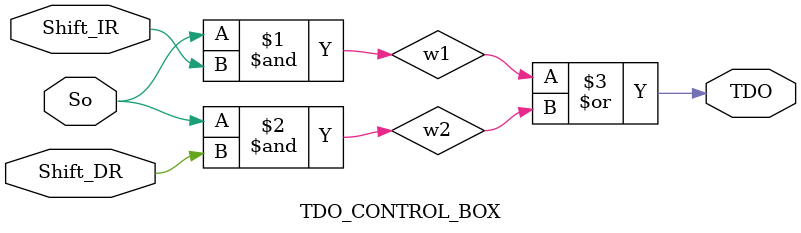
<source format=v>
module TDO_CONTROL_BOX(input Shift_IR,So,Shift_DR,
output TDO);

wire w1,w2;

and g1(w1,So,Shift_IR);
and g2(w2,So,Shift_DR);
or g3(TDO,w1,w2);

endmodule



</source>
